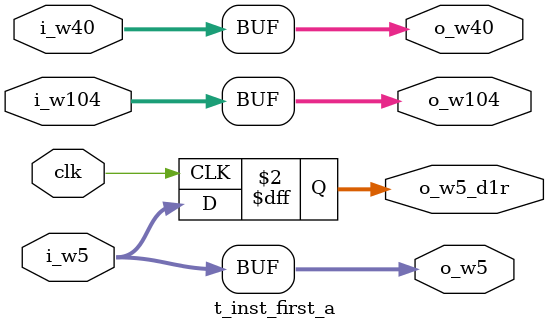
<source format=v>

module t_inst_first_a (/*AUTOARG*/
   // Outputs
   o_w5, o_w5_d1r, o_w40, o_w104,
   // Inputs
   clk, i_w5, i_w40, i_w104
   );

   input clk;

   input [4:0] 		i_w5;
   output [4:0] 	o_w5;
   output [4:0] 	o_w5_d1r;
   input [39:0] 	i_w40;
   output [39:0] 	o_w40;
   input [104:0] 	i_w104;
   output [104:0] 	o_w104;

   wire [4:0]  o_w5 = i_w5;
   wire [39:0] o_w40 = i_w40;
   wire [104:0] o_w104 = i_w104;

   /*AUTOREG*/
   // Beginning of automatic regs (for this module's undeclared outputs)
   reg [4:0]		o_w5_d1r;
   // End of automatics

   always @ (posedge clk) begin
      o_w5_d1r <= i_w5;
   end

endmodule

</source>
